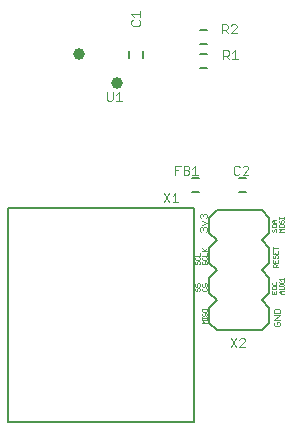
<source format=gbr>
G04 EAGLE Gerber RS-274X export*
G75*
%MOMM*%
%FSLAX34Y34*%
%LPD*%
%INSilkscreen Top*%
%IPPOS*%
%AMOC8*
5,1,8,0,0,1.08239X$1,22.5*%
G01*
%ADD10C,0.050800*%
%ADD11C,0.025400*%
%ADD12C,0.152400*%
%ADD13C,0.076200*%
%ADD14C,1.000000*%
%ADD15C,0.127000*%


D10*
X185085Y130254D02*
X184153Y131186D01*
X184153Y133050D01*
X185085Y133983D01*
X186018Y133983D01*
X186950Y133050D01*
X186950Y132118D01*
X186950Y133050D02*
X187882Y133983D01*
X188814Y133983D01*
X189746Y133050D01*
X189746Y131186D01*
X188814Y130254D01*
X186018Y135867D02*
X189746Y137731D01*
X186018Y139596D01*
X185085Y141480D02*
X184153Y142412D01*
X184153Y144277D01*
X185085Y145209D01*
X186018Y145209D01*
X186950Y144277D01*
X186950Y143344D01*
X186950Y144277D02*
X187882Y145209D01*
X188814Y145209D01*
X189746Y144277D01*
X189746Y142412D01*
X188814Y141480D01*
D11*
X180599Y105169D02*
X179964Y104534D01*
X179964Y103263D01*
X180599Y102627D01*
X181235Y102627D01*
X181870Y103263D01*
X181870Y104534D01*
X182506Y105169D01*
X183141Y105169D01*
X183777Y104534D01*
X183777Y103263D01*
X183141Y102627D01*
X179964Y108276D02*
X180599Y108911D01*
X179964Y108276D02*
X179964Y107005D01*
X180599Y106369D01*
X183141Y106369D01*
X183777Y107005D01*
X183777Y108276D01*
X183141Y108911D01*
X183777Y110111D02*
X179964Y110111D01*
X183777Y110111D02*
X183777Y112653D01*
X186695Y105169D02*
X186060Y104534D01*
X186060Y103263D01*
X186695Y102627D01*
X187331Y102627D01*
X187966Y103263D01*
X187966Y104534D01*
X188602Y105169D01*
X189237Y105169D01*
X189873Y104534D01*
X189873Y103263D01*
X189237Y102627D01*
X186060Y108276D02*
X186695Y108911D01*
X186060Y108276D02*
X186060Y107005D01*
X186695Y106369D01*
X189237Y106369D01*
X189873Y107005D01*
X189873Y108276D01*
X189237Y108911D01*
X189873Y110111D02*
X186060Y110111D01*
X189873Y110111D02*
X189873Y112653D01*
X189873Y113853D02*
X186060Y113853D01*
X188602Y113853D02*
X186060Y116395D01*
X187966Y114489D02*
X189873Y116395D01*
X180599Y82669D02*
X179964Y82034D01*
X179964Y80763D01*
X180599Y80127D01*
X181235Y80127D01*
X181870Y80763D01*
X181870Y82034D01*
X182506Y82669D01*
X183141Y82669D01*
X183777Y82034D01*
X183777Y80763D01*
X183141Y80127D01*
X179964Y85776D02*
X180599Y86411D01*
X179964Y85776D02*
X179964Y84505D01*
X180599Y83869D01*
X181235Y83869D01*
X181870Y84505D01*
X181870Y85776D01*
X182506Y86411D01*
X183141Y86411D01*
X183777Y85776D01*
X183777Y84505D01*
X183141Y83869D01*
X186060Y82034D02*
X186695Y82669D01*
X186060Y82034D02*
X186060Y80763D01*
X186695Y80127D01*
X189237Y80127D01*
X189873Y80763D01*
X189873Y82034D01*
X189237Y82669D01*
X186060Y85776D02*
X186695Y86411D01*
X186060Y85776D02*
X186060Y84505D01*
X186695Y83869D01*
X187331Y83869D01*
X187966Y84505D01*
X187966Y85776D01*
X188602Y86411D01*
X189237Y86411D01*
X189873Y85776D01*
X189873Y84505D01*
X189237Y83869D01*
X189873Y52627D02*
X186060Y52627D01*
X187331Y53898D01*
X186060Y55169D01*
X189873Y55169D01*
X189873Y56369D02*
X189873Y57640D01*
X189873Y57005D02*
X186060Y57005D01*
X186060Y57640D02*
X186060Y56369D01*
X186060Y60770D02*
X186695Y61406D01*
X186060Y60770D02*
X186060Y59499D01*
X186695Y58864D01*
X187331Y58864D01*
X187966Y59499D01*
X187966Y60770D01*
X188602Y61406D01*
X189237Y61406D01*
X189873Y60770D01*
X189873Y59499D01*
X189237Y58864D01*
X186060Y63241D02*
X186060Y64512D01*
X186060Y63241D02*
X186695Y62606D01*
X189237Y62606D01*
X189873Y63241D01*
X189873Y64512D01*
X189237Y65148D01*
X186695Y65148D01*
X186060Y64512D01*
X244964Y132034D02*
X245599Y132669D01*
X244964Y132034D02*
X244964Y130763D01*
X245599Y130127D01*
X246235Y130127D01*
X246870Y130763D01*
X246870Y132034D01*
X247506Y132669D01*
X248141Y132669D01*
X248777Y132034D01*
X248777Y130763D01*
X248141Y130127D01*
X248777Y133869D02*
X244964Y133869D01*
X248777Y133869D02*
X248777Y135776D01*
X248141Y136411D01*
X245599Y136411D01*
X244964Y135776D01*
X244964Y133869D01*
X246235Y137611D02*
X248777Y137611D01*
X246235Y137611D02*
X244964Y138882D01*
X246235Y140153D01*
X248777Y140153D01*
X246870Y140153D02*
X246870Y137611D01*
X251060Y130127D02*
X254873Y130127D01*
X252331Y131398D02*
X251060Y130127D01*
X252331Y131398D02*
X251060Y132669D01*
X254873Y132669D01*
X251060Y134505D02*
X251060Y135776D01*
X251060Y134505D02*
X251695Y133869D01*
X254237Y133869D01*
X254873Y134505D01*
X254873Y135776D01*
X254237Y136411D01*
X251695Y136411D01*
X251060Y135776D01*
X251060Y139518D02*
X251695Y140153D01*
X251060Y139518D02*
X251060Y138247D01*
X251695Y137611D01*
X252331Y137611D01*
X252966Y138247D01*
X252966Y139518D01*
X253602Y140153D01*
X254237Y140153D01*
X254873Y139518D01*
X254873Y138247D01*
X254237Y137611D01*
X254873Y141353D02*
X254873Y142624D01*
X254873Y141989D02*
X251060Y141989D01*
X251060Y142624D02*
X251060Y141353D01*
X249873Y100127D02*
X246060Y100127D01*
X246060Y102034D01*
X246695Y102669D01*
X247966Y102669D01*
X248602Y102034D01*
X248602Y100127D01*
X248602Y101398D02*
X249873Y102669D01*
X246060Y103869D02*
X246060Y106411D01*
X246060Y103869D02*
X249873Y103869D01*
X249873Y106411D01*
X247966Y105140D02*
X247966Y103869D01*
X246060Y109518D02*
X246695Y110153D01*
X246060Y109518D02*
X246060Y108247D01*
X246695Y107611D01*
X247331Y107611D01*
X247966Y108247D01*
X247966Y109518D01*
X248602Y110153D01*
X249237Y110153D01*
X249873Y109518D01*
X249873Y108247D01*
X249237Y107611D01*
X246060Y111353D02*
X246060Y113895D01*
X246060Y111353D02*
X249873Y111353D01*
X249873Y113895D01*
X247966Y112624D02*
X247966Y111353D01*
X249873Y116366D02*
X246060Y116366D01*
X246060Y115095D02*
X246060Y117637D01*
X244964Y80169D02*
X244964Y77627D01*
X248777Y77627D01*
X248777Y80169D01*
X246870Y78898D02*
X246870Y77627D01*
X244964Y82005D02*
X244964Y83276D01*
X244964Y82005D02*
X245599Y81369D01*
X248141Y81369D01*
X248777Y82005D01*
X248777Y83276D01*
X248141Y83911D01*
X245599Y83911D01*
X244964Y83276D01*
X244964Y87018D02*
X245599Y87653D01*
X244964Y87018D02*
X244964Y85747D01*
X245599Y85111D01*
X248141Y85111D01*
X248777Y85747D01*
X248777Y87018D01*
X248141Y87653D01*
X252331Y77627D02*
X254873Y77627D01*
X252331Y77627D02*
X251060Y78898D01*
X252331Y80169D01*
X254873Y80169D01*
X252966Y80169D02*
X252966Y77627D01*
X254237Y81369D02*
X251060Y81369D01*
X254237Y81369D02*
X254873Y82005D01*
X254873Y83276D01*
X254237Y83911D01*
X251060Y83911D01*
X251060Y85111D02*
X254873Y87653D01*
X254873Y85111D02*
X251060Y87653D01*
X252331Y88853D02*
X251060Y90124D01*
X254873Y90124D01*
X254873Y88853D02*
X254873Y91395D01*
D10*
X247585Y53983D02*
X246653Y53050D01*
X246653Y51186D01*
X247585Y50254D01*
X251314Y50254D01*
X252246Y51186D01*
X252246Y53050D01*
X251314Y53983D01*
X249450Y53983D01*
X249450Y52118D01*
X252246Y55867D02*
X246653Y55867D01*
X252246Y59596D01*
X246653Y59596D01*
X246653Y61480D02*
X252246Y61480D01*
X252246Y64277D01*
X251314Y65209D01*
X247585Y65209D01*
X246653Y64277D01*
X246653Y61480D01*
D12*
X124000Y277000D02*
X124000Y283000D01*
X136000Y283000D02*
X136000Y277000D01*
D13*
X125992Y308447D02*
X127220Y309676D01*
X125992Y308447D02*
X125992Y305990D01*
X127220Y304761D01*
X132135Y304761D01*
X133364Y305990D01*
X133364Y308447D01*
X132135Y309676D01*
X128449Y312245D02*
X125992Y314703D01*
X133364Y314703D01*
X133364Y317160D02*
X133364Y312245D01*
D12*
X217000Y176000D02*
X223000Y176000D01*
X223000Y164000D02*
X217000Y164000D01*
D13*
X217676Y184780D02*
X216447Y186008D01*
X213990Y186008D01*
X212761Y184780D01*
X212761Y179865D01*
X213990Y178636D01*
X216447Y178636D01*
X217676Y179865D01*
X220245Y178636D02*
X225160Y178636D01*
X220245Y178636D02*
X225160Y183551D01*
X225160Y184780D01*
X223931Y186008D01*
X221474Y186008D01*
X220245Y184780D01*
D12*
X183000Y176000D02*
X177000Y176000D01*
X177000Y164000D02*
X183000Y164000D01*
D13*
X162761Y178636D02*
X162761Y186008D01*
X167676Y186008D01*
X165218Y182322D02*
X162761Y182322D01*
X170245Y178636D02*
X170245Y186008D01*
X173931Y186008D01*
X175160Y184780D01*
X175160Y183551D01*
X173931Y182322D01*
X175160Y181093D01*
X175160Y179865D01*
X173931Y178636D01*
X170245Y178636D01*
X170245Y182322D02*
X173931Y182322D01*
X177729Y183551D02*
X180187Y186008D01*
X180187Y178636D01*
X182644Y178636D02*
X177729Y178636D01*
D12*
X184000Y281000D02*
X190000Y281000D01*
X190000Y269000D02*
X184000Y269000D01*
D13*
X203761Y276636D02*
X203761Y284008D01*
X207447Y284008D01*
X208676Y282780D01*
X208676Y280322D01*
X207447Y279093D01*
X203761Y279093D01*
X206218Y279093D02*
X208676Y276636D01*
X211245Y281551D02*
X213703Y284008D01*
X213703Y276636D01*
X216160Y276636D02*
X211245Y276636D01*
D12*
X190000Y301000D02*
X184000Y301000D01*
X184000Y289000D02*
X190000Y289000D01*
D13*
X202761Y298636D02*
X202761Y306008D01*
X206447Y306008D01*
X207676Y304780D01*
X207676Y302322D01*
X206447Y301093D01*
X202761Y301093D01*
X205218Y301093D02*
X207676Y298636D01*
X210245Y298636D02*
X215160Y298636D01*
X210245Y298636D02*
X215160Y303551D01*
X215160Y304780D01*
X213931Y306008D01*
X211474Y306008D01*
X210245Y304780D01*
D14*
X81400Y280500D03*
X114000Y256000D03*
D13*
X105413Y248625D02*
X105413Y242482D01*
X106641Y241253D01*
X109099Y241253D01*
X110328Y242482D01*
X110328Y248625D01*
X112897Y246168D02*
X115354Y248625D01*
X115354Y241253D01*
X112897Y241253D02*
X117812Y241253D01*
D15*
X178700Y150000D02*
X178700Y-30800D01*
X178700Y150000D02*
X21300Y150000D01*
X21300Y-30800D01*
X178700Y-30800D01*
D13*
X158296Y155381D02*
X153381Y162753D01*
X158296Y162753D02*
X153381Y155381D01*
X160865Y160296D02*
X163323Y162753D01*
X163323Y155381D01*
X165780Y155381D02*
X160865Y155381D01*
D12*
X192100Y141950D02*
X198450Y148300D01*
X192100Y129250D02*
X198450Y122900D01*
X192100Y116550D01*
X192100Y103850D02*
X198450Y97500D01*
X192100Y91150D01*
X192100Y78450D02*
X198450Y72100D01*
X192100Y65750D01*
X192100Y53050D02*
X198450Y46700D01*
X198450Y148300D02*
X236550Y148300D01*
X242900Y141950D01*
X242900Y129250D01*
X236550Y122900D01*
X242900Y116550D01*
X242900Y103850D01*
X236550Y97500D01*
X242900Y91150D01*
X242900Y78450D01*
X236550Y72100D01*
X242900Y65750D01*
X242900Y53050D01*
X236550Y46700D01*
X198450Y46700D01*
X192100Y53050D02*
X192100Y65750D01*
X192100Y78450D02*
X192100Y91150D01*
X192100Y103850D02*
X192100Y116550D01*
X192100Y129250D02*
X192100Y141950D01*
D13*
X210081Y40003D02*
X214996Y32631D01*
X210081Y32631D02*
X214996Y40003D01*
X217565Y32631D02*
X222480Y32631D01*
X217565Y32631D02*
X222480Y37546D01*
X222480Y38775D01*
X221251Y40003D01*
X218794Y40003D01*
X217565Y38775D01*
M02*

</source>
